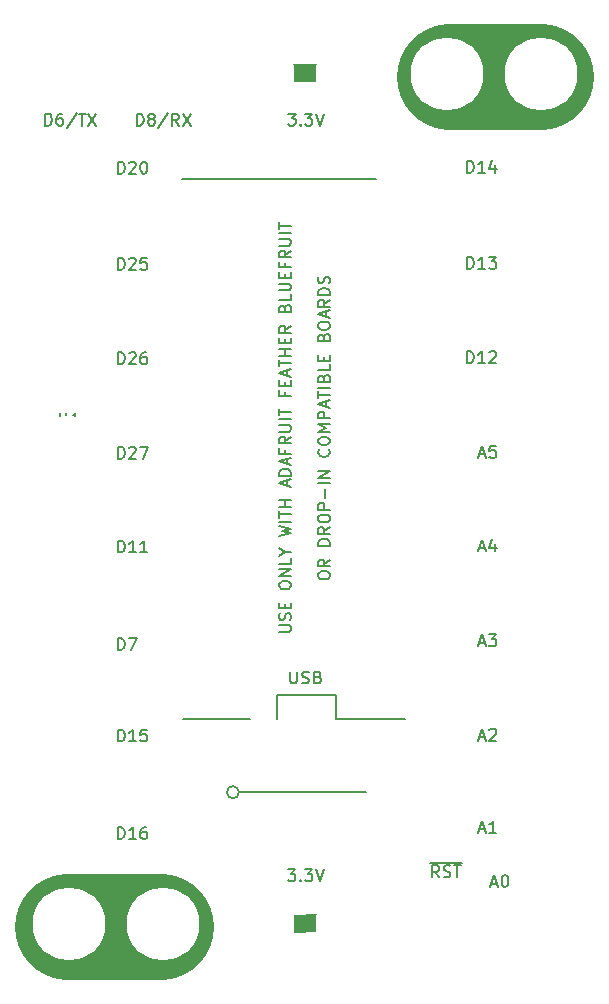
<source format=gto>
%TF.GenerationSoftware,KiCad,Pcbnew,4.0.7-e2-6376~58~ubuntu16.04.1*%
%TF.CreationDate,2018-02-08T09:12:14-08:00*%
%TF.ProjectId,6x10-Feather-Bluefruit-LE,367831302D466561746865722D426C75,1.0*%
%TF.FileFunction,Legend,Top*%
%FSLAX46Y46*%
G04 Gerber Fmt 4.6, Leading zero omitted, Abs format (unit mm)*
G04 Created by KiCad (PCBNEW 4.0.7-e2-6376~58~ubuntu16.04.1) date Thu Feb  8 09:12:14 2018*
%MOMM*%
%LPD*%
G01*
G04 APERTURE LIST*
%ADD10C,0.350000*%
%ADD11C,0.152400*%
%ADD12C,1.500000*%
%ADD13C,9.000000*%
%ADD14C,0.127000*%
%ADD15C,0.150000*%
%ADD16C,0.300000*%
%ADD17C,0.254000*%
%ADD18C,1.879600*%
%ADD19C,6.152400*%
G04 APERTURE END LIST*
D10*
D11*
X41833800Y-87477600D02*
X52501800Y-87477600D01*
X41771233Y-87477600D02*
G75*
G03X41771233Y-87477600I-508933J0D01*
G01*
D12*
X43049800Y-98593600D02*
X51769800Y-98583600D01*
D13*
X59609800Y-26903600D02*
X67363800Y-26903600D01*
D14*
X36967800Y-35598100D02*
X53383800Y-35598100D01*
X49968800Y-79286100D02*
X45015800Y-79286100D01*
X49968800Y-81318100D02*
X49967800Y-79310600D01*
X49968800Y-81318100D02*
X55810800Y-81318100D01*
X45015800Y-81310600D02*
X45015800Y-79310600D01*
X37000800Y-81318100D02*
X42715800Y-81318100D01*
D13*
X35209800Y-98883600D02*
X27269800Y-98877100D01*
D12*
X42829800Y-26553600D02*
X51549800Y-26543600D01*
D15*
X46117895Y-77265981D02*
X46117895Y-78075505D01*
X46165514Y-78170743D01*
X46213133Y-78218362D01*
X46308371Y-78265981D01*
X46498848Y-78265981D01*
X46594086Y-78218362D01*
X46641705Y-78170743D01*
X46689324Y-78075505D01*
X46689324Y-77265981D01*
X47117895Y-78218362D02*
X47260752Y-78265981D01*
X47498848Y-78265981D01*
X47594086Y-78218362D01*
X47641705Y-78170743D01*
X47689324Y-78075505D01*
X47689324Y-77980267D01*
X47641705Y-77885029D01*
X47594086Y-77837410D01*
X47498848Y-77789790D01*
X47308371Y-77742171D01*
X47213133Y-77694552D01*
X47165514Y-77646933D01*
X47117895Y-77551695D01*
X47117895Y-77456457D01*
X47165514Y-77361219D01*
X47213133Y-77313600D01*
X47308371Y-77265981D01*
X47546467Y-77265981D01*
X47689324Y-77313600D01*
X48451229Y-77742171D02*
X48594086Y-77789790D01*
X48641705Y-77837410D01*
X48689324Y-77932648D01*
X48689324Y-78075505D01*
X48641705Y-78170743D01*
X48594086Y-78218362D01*
X48498848Y-78265981D01*
X48117895Y-78265981D01*
X48117895Y-77265981D01*
X48451229Y-77265981D01*
X48546467Y-77313600D01*
X48594086Y-77361219D01*
X48641705Y-77456457D01*
X48641705Y-77551695D01*
X48594086Y-77646933D01*
X48546467Y-77694552D01*
X48451229Y-77742171D01*
X48117895Y-77742171D01*
X48461181Y-69213029D02*
X48461181Y-69022552D01*
X48508800Y-68927314D01*
X48604038Y-68832076D01*
X48794514Y-68784457D01*
X49127848Y-68784457D01*
X49318324Y-68832076D01*
X49413562Y-68927314D01*
X49461181Y-69022552D01*
X49461181Y-69213029D01*
X49413562Y-69308267D01*
X49318324Y-69403505D01*
X49127848Y-69451124D01*
X48794514Y-69451124D01*
X48604038Y-69403505D01*
X48508800Y-69308267D01*
X48461181Y-69213029D01*
X49461181Y-67784457D02*
X48984990Y-68117791D01*
X49461181Y-68355886D02*
X48461181Y-68355886D01*
X48461181Y-67974933D01*
X48508800Y-67879695D01*
X48556419Y-67832076D01*
X48651657Y-67784457D01*
X48794514Y-67784457D01*
X48889752Y-67832076D01*
X48937371Y-67879695D01*
X48984990Y-67974933D01*
X48984990Y-68355886D01*
X49461181Y-66593981D02*
X48461181Y-66593981D01*
X48461181Y-66355886D01*
X48508800Y-66213028D01*
X48604038Y-66117790D01*
X48699276Y-66070171D01*
X48889752Y-66022552D01*
X49032610Y-66022552D01*
X49223086Y-66070171D01*
X49318324Y-66117790D01*
X49413562Y-66213028D01*
X49461181Y-66355886D01*
X49461181Y-66593981D01*
X49461181Y-65022552D02*
X48984990Y-65355886D01*
X49461181Y-65593981D02*
X48461181Y-65593981D01*
X48461181Y-65213028D01*
X48508800Y-65117790D01*
X48556419Y-65070171D01*
X48651657Y-65022552D01*
X48794514Y-65022552D01*
X48889752Y-65070171D01*
X48937371Y-65117790D01*
X48984990Y-65213028D01*
X48984990Y-65593981D01*
X48461181Y-64403505D02*
X48461181Y-64213028D01*
X48508800Y-64117790D01*
X48604038Y-64022552D01*
X48794514Y-63974933D01*
X49127848Y-63974933D01*
X49318324Y-64022552D01*
X49413562Y-64117790D01*
X49461181Y-64213028D01*
X49461181Y-64403505D01*
X49413562Y-64498743D01*
X49318324Y-64593981D01*
X49127848Y-64641600D01*
X48794514Y-64641600D01*
X48604038Y-64593981D01*
X48508800Y-64498743D01*
X48461181Y-64403505D01*
X49461181Y-63546362D02*
X48461181Y-63546362D01*
X48461181Y-63165409D01*
X48508800Y-63070171D01*
X48556419Y-63022552D01*
X48651657Y-62974933D01*
X48794514Y-62974933D01*
X48889752Y-63022552D01*
X48937371Y-63070171D01*
X48984990Y-63165409D01*
X48984990Y-63546362D01*
X49080229Y-62546362D02*
X49080229Y-61784457D01*
X49461181Y-61308267D02*
X48461181Y-61308267D01*
X49461181Y-60832077D02*
X48461181Y-60832077D01*
X49461181Y-60260648D01*
X48461181Y-60260648D01*
X49365943Y-58451124D02*
X49413562Y-58498743D01*
X49461181Y-58641600D01*
X49461181Y-58736838D01*
X49413562Y-58879696D01*
X49318324Y-58974934D01*
X49223086Y-59022553D01*
X49032610Y-59070172D01*
X48889752Y-59070172D01*
X48699276Y-59022553D01*
X48604038Y-58974934D01*
X48508800Y-58879696D01*
X48461181Y-58736838D01*
X48461181Y-58641600D01*
X48508800Y-58498743D01*
X48556419Y-58451124D01*
X48461181Y-57832077D02*
X48461181Y-57641600D01*
X48508800Y-57546362D01*
X48604038Y-57451124D01*
X48794514Y-57403505D01*
X49127848Y-57403505D01*
X49318324Y-57451124D01*
X49413562Y-57546362D01*
X49461181Y-57641600D01*
X49461181Y-57832077D01*
X49413562Y-57927315D01*
X49318324Y-58022553D01*
X49127848Y-58070172D01*
X48794514Y-58070172D01*
X48604038Y-58022553D01*
X48508800Y-57927315D01*
X48461181Y-57832077D01*
X49461181Y-56974934D02*
X48461181Y-56974934D01*
X49175467Y-56641600D01*
X48461181Y-56308267D01*
X49461181Y-56308267D01*
X49461181Y-55832077D02*
X48461181Y-55832077D01*
X48461181Y-55451124D01*
X48508800Y-55355886D01*
X48556419Y-55308267D01*
X48651657Y-55260648D01*
X48794514Y-55260648D01*
X48889752Y-55308267D01*
X48937371Y-55355886D01*
X48984990Y-55451124D01*
X48984990Y-55832077D01*
X49175467Y-54879696D02*
X49175467Y-54403505D01*
X49461181Y-54974934D02*
X48461181Y-54641601D01*
X49461181Y-54308267D01*
X48461181Y-54117791D02*
X48461181Y-53546362D01*
X49461181Y-53832077D02*
X48461181Y-53832077D01*
X49461181Y-53213029D02*
X48461181Y-53213029D01*
X48937371Y-52403505D02*
X48984990Y-52260648D01*
X49032610Y-52213029D01*
X49127848Y-52165410D01*
X49270705Y-52165410D01*
X49365943Y-52213029D01*
X49413562Y-52260648D01*
X49461181Y-52355886D01*
X49461181Y-52736839D01*
X48461181Y-52736839D01*
X48461181Y-52403505D01*
X48508800Y-52308267D01*
X48556419Y-52260648D01*
X48651657Y-52213029D01*
X48746895Y-52213029D01*
X48842133Y-52260648D01*
X48889752Y-52308267D01*
X48937371Y-52403505D01*
X48937371Y-52736839D01*
X49461181Y-51260648D02*
X49461181Y-51736839D01*
X48461181Y-51736839D01*
X48937371Y-50927315D02*
X48937371Y-50593981D01*
X49461181Y-50451124D02*
X49461181Y-50927315D01*
X48461181Y-50927315D01*
X48461181Y-50451124D01*
X48937371Y-48927314D02*
X48984990Y-48784457D01*
X49032610Y-48736838D01*
X49127848Y-48689219D01*
X49270705Y-48689219D01*
X49365943Y-48736838D01*
X49413562Y-48784457D01*
X49461181Y-48879695D01*
X49461181Y-49260648D01*
X48461181Y-49260648D01*
X48461181Y-48927314D01*
X48508800Y-48832076D01*
X48556419Y-48784457D01*
X48651657Y-48736838D01*
X48746895Y-48736838D01*
X48842133Y-48784457D01*
X48889752Y-48832076D01*
X48937371Y-48927314D01*
X48937371Y-49260648D01*
X48461181Y-48070172D02*
X48461181Y-47879695D01*
X48508800Y-47784457D01*
X48604038Y-47689219D01*
X48794514Y-47641600D01*
X49127848Y-47641600D01*
X49318324Y-47689219D01*
X49413562Y-47784457D01*
X49461181Y-47879695D01*
X49461181Y-48070172D01*
X49413562Y-48165410D01*
X49318324Y-48260648D01*
X49127848Y-48308267D01*
X48794514Y-48308267D01*
X48604038Y-48260648D01*
X48508800Y-48165410D01*
X48461181Y-48070172D01*
X49175467Y-47260648D02*
X49175467Y-46784457D01*
X49461181Y-47355886D02*
X48461181Y-47022553D01*
X49461181Y-46689219D01*
X49461181Y-45784457D02*
X48984990Y-46117791D01*
X49461181Y-46355886D02*
X48461181Y-46355886D01*
X48461181Y-45974933D01*
X48508800Y-45879695D01*
X48556419Y-45832076D01*
X48651657Y-45784457D01*
X48794514Y-45784457D01*
X48889752Y-45832076D01*
X48937371Y-45879695D01*
X48984990Y-45974933D01*
X48984990Y-46355886D01*
X49461181Y-45355886D02*
X48461181Y-45355886D01*
X48461181Y-45117791D01*
X48508800Y-44974933D01*
X48604038Y-44879695D01*
X48699276Y-44832076D01*
X48889752Y-44784457D01*
X49032610Y-44784457D01*
X49223086Y-44832076D01*
X49318324Y-44879695D01*
X49413562Y-44974933D01*
X49461181Y-45117791D01*
X49461181Y-45355886D01*
X49413562Y-44403505D02*
X49461181Y-44260648D01*
X49461181Y-44022552D01*
X49413562Y-43927314D01*
X49365943Y-43879695D01*
X49270705Y-43832076D01*
X49175467Y-43832076D01*
X49080229Y-43879695D01*
X49032610Y-43927314D01*
X48984990Y-44022552D01*
X48937371Y-44213029D01*
X48889752Y-44308267D01*
X48842133Y-44355886D01*
X48746895Y-44403505D01*
X48651657Y-44403505D01*
X48556419Y-44355886D01*
X48508800Y-44308267D01*
X48461181Y-44213029D01*
X48461181Y-43974933D01*
X48508800Y-43832076D01*
X45159181Y-73903506D02*
X45968705Y-73903506D01*
X46063943Y-73855887D01*
X46111562Y-73808268D01*
X46159181Y-73713030D01*
X46159181Y-73522553D01*
X46111562Y-73427315D01*
X46063943Y-73379696D01*
X45968705Y-73332077D01*
X45159181Y-73332077D01*
X46111562Y-72903506D02*
X46159181Y-72760649D01*
X46159181Y-72522553D01*
X46111562Y-72427315D01*
X46063943Y-72379696D01*
X45968705Y-72332077D01*
X45873467Y-72332077D01*
X45778229Y-72379696D01*
X45730610Y-72427315D01*
X45682990Y-72522553D01*
X45635371Y-72713030D01*
X45587752Y-72808268D01*
X45540133Y-72855887D01*
X45444895Y-72903506D01*
X45349657Y-72903506D01*
X45254419Y-72855887D01*
X45206800Y-72808268D01*
X45159181Y-72713030D01*
X45159181Y-72474934D01*
X45206800Y-72332077D01*
X45635371Y-71903506D02*
X45635371Y-71570172D01*
X46159181Y-71427315D02*
X46159181Y-71903506D01*
X45159181Y-71903506D01*
X45159181Y-71427315D01*
X45159181Y-70046363D02*
X45159181Y-69855886D01*
X45206800Y-69760648D01*
X45302038Y-69665410D01*
X45492514Y-69617791D01*
X45825848Y-69617791D01*
X46016324Y-69665410D01*
X46111562Y-69760648D01*
X46159181Y-69855886D01*
X46159181Y-70046363D01*
X46111562Y-70141601D01*
X46016324Y-70236839D01*
X45825848Y-70284458D01*
X45492514Y-70284458D01*
X45302038Y-70236839D01*
X45206800Y-70141601D01*
X45159181Y-70046363D01*
X46159181Y-69189220D02*
X45159181Y-69189220D01*
X46159181Y-68617791D01*
X45159181Y-68617791D01*
X46159181Y-67665410D02*
X46159181Y-68141601D01*
X45159181Y-68141601D01*
X45682990Y-67141601D02*
X46159181Y-67141601D01*
X45159181Y-67474934D02*
X45682990Y-67141601D01*
X45159181Y-66808267D01*
X45159181Y-65808267D02*
X46159181Y-65570172D01*
X45444895Y-65379695D01*
X46159181Y-65189219D01*
X45159181Y-64951124D01*
X46159181Y-64570172D02*
X45159181Y-64570172D01*
X45159181Y-64236839D02*
X45159181Y-63665410D01*
X46159181Y-63951125D02*
X45159181Y-63951125D01*
X46159181Y-63332077D02*
X45159181Y-63332077D01*
X45635371Y-63332077D02*
X45635371Y-62760648D01*
X46159181Y-62760648D02*
X45159181Y-62760648D01*
X45873467Y-61570172D02*
X45873467Y-61093981D01*
X46159181Y-61665410D02*
X45159181Y-61332077D01*
X46159181Y-60998743D01*
X46159181Y-60665410D02*
X45159181Y-60665410D01*
X45159181Y-60427315D01*
X45206800Y-60284457D01*
X45302038Y-60189219D01*
X45397276Y-60141600D01*
X45587752Y-60093981D01*
X45730610Y-60093981D01*
X45921086Y-60141600D01*
X46016324Y-60189219D01*
X46111562Y-60284457D01*
X46159181Y-60427315D01*
X46159181Y-60665410D01*
X45873467Y-59713029D02*
X45873467Y-59236838D01*
X46159181Y-59808267D02*
X45159181Y-59474934D01*
X46159181Y-59141600D01*
X45635371Y-58474933D02*
X45635371Y-58808267D01*
X46159181Y-58808267D02*
X45159181Y-58808267D01*
X45159181Y-58332076D01*
X46159181Y-57379695D02*
X45682990Y-57713029D01*
X46159181Y-57951124D02*
X45159181Y-57951124D01*
X45159181Y-57570171D01*
X45206800Y-57474933D01*
X45254419Y-57427314D01*
X45349657Y-57379695D01*
X45492514Y-57379695D01*
X45587752Y-57427314D01*
X45635371Y-57474933D01*
X45682990Y-57570171D01*
X45682990Y-57951124D01*
X45159181Y-56951124D02*
X45968705Y-56951124D01*
X46063943Y-56903505D01*
X46111562Y-56855886D01*
X46159181Y-56760648D01*
X46159181Y-56570171D01*
X46111562Y-56474933D01*
X46063943Y-56427314D01*
X45968705Y-56379695D01*
X45159181Y-56379695D01*
X46159181Y-55903505D02*
X45159181Y-55903505D01*
X45159181Y-55570172D02*
X45159181Y-54998743D01*
X46159181Y-55284458D02*
X45159181Y-55284458D01*
X45635371Y-53570171D02*
X45635371Y-53903505D01*
X46159181Y-53903505D02*
X45159181Y-53903505D01*
X45159181Y-53427314D01*
X45635371Y-53046362D02*
X45635371Y-52713028D01*
X46159181Y-52570171D02*
X46159181Y-53046362D01*
X45159181Y-53046362D01*
X45159181Y-52570171D01*
X45873467Y-52189219D02*
X45873467Y-51713028D01*
X46159181Y-52284457D02*
X45159181Y-51951124D01*
X46159181Y-51617790D01*
X45159181Y-51427314D02*
X45159181Y-50855885D01*
X46159181Y-51141600D02*
X45159181Y-51141600D01*
X46159181Y-50522552D02*
X45159181Y-50522552D01*
X45635371Y-50522552D02*
X45635371Y-49951123D01*
X46159181Y-49951123D02*
X45159181Y-49951123D01*
X45635371Y-49474933D02*
X45635371Y-49141599D01*
X46159181Y-48998742D02*
X46159181Y-49474933D01*
X45159181Y-49474933D01*
X45159181Y-48998742D01*
X46159181Y-47998742D02*
X45682990Y-48332076D01*
X46159181Y-48570171D02*
X45159181Y-48570171D01*
X45159181Y-48189218D01*
X45206800Y-48093980D01*
X45254419Y-48046361D01*
X45349657Y-47998742D01*
X45492514Y-47998742D01*
X45587752Y-48046361D01*
X45635371Y-48093980D01*
X45682990Y-48189218D01*
X45682990Y-48570171D01*
X45635371Y-46474932D02*
X45682990Y-46332075D01*
X45730610Y-46284456D01*
X45825848Y-46236837D01*
X45968705Y-46236837D01*
X46063943Y-46284456D01*
X46111562Y-46332075D01*
X46159181Y-46427313D01*
X46159181Y-46808266D01*
X45159181Y-46808266D01*
X45159181Y-46474932D01*
X45206800Y-46379694D01*
X45254419Y-46332075D01*
X45349657Y-46284456D01*
X45444895Y-46284456D01*
X45540133Y-46332075D01*
X45587752Y-46379694D01*
X45635371Y-46474932D01*
X45635371Y-46808266D01*
X46159181Y-45332075D02*
X46159181Y-45808266D01*
X45159181Y-45808266D01*
X45159181Y-44998742D02*
X45968705Y-44998742D01*
X46063943Y-44951123D01*
X46111562Y-44903504D01*
X46159181Y-44808266D01*
X46159181Y-44617789D01*
X46111562Y-44522551D01*
X46063943Y-44474932D01*
X45968705Y-44427313D01*
X45159181Y-44427313D01*
X45635371Y-43951123D02*
X45635371Y-43617789D01*
X46159181Y-43474932D02*
X46159181Y-43951123D01*
X45159181Y-43951123D01*
X45159181Y-43474932D01*
X45635371Y-42713027D02*
X45635371Y-43046361D01*
X46159181Y-43046361D02*
X45159181Y-43046361D01*
X45159181Y-42570170D01*
X46159181Y-41617789D02*
X45682990Y-41951123D01*
X46159181Y-42189218D02*
X45159181Y-42189218D01*
X45159181Y-41808265D01*
X45206800Y-41713027D01*
X45254419Y-41665408D01*
X45349657Y-41617789D01*
X45492514Y-41617789D01*
X45587752Y-41665408D01*
X45635371Y-41713027D01*
X45682990Y-41808265D01*
X45682990Y-42189218D01*
X45159181Y-41189218D02*
X45968705Y-41189218D01*
X46063943Y-41141599D01*
X46111562Y-41093980D01*
X46159181Y-40998742D01*
X46159181Y-40808265D01*
X46111562Y-40713027D01*
X46063943Y-40665408D01*
X45968705Y-40617789D01*
X45159181Y-40617789D01*
X46159181Y-40141599D02*
X45159181Y-40141599D01*
X45159181Y-39808266D02*
X45159181Y-39236837D01*
X46159181Y-39522552D02*
X45159181Y-39522552D01*
X31531514Y-75422981D02*
X31531514Y-74422981D01*
X31769609Y-74422981D01*
X31912467Y-74470600D01*
X32007705Y-74565838D01*
X32055324Y-74661076D01*
X32102943Y-74851552D01*
X32102943Y-74994410D01*
X32055324Y-75184886D01*
X32007705Y-75280124D01*
X31912467Y-75375362D01*
X31769609Y-75422981D01*
X31531514Y-75422981D01*
X32436276Y-74422981D02*
X33102943Y-74422981D01*
X32674371Y-75422981D01*
X31531514Y-67172981D02*
X31531514Y-66172981D01*
X31769609Y-66172981D01*
X31912467Y-66220600D01*
X32007705Y-66315838D01*
X32055324Y-66411076D01*
X32102943Y-66601552D01*
X32102943Y-66744410D01*
X32055324Y-66934886D01*
X32007705Y-67030124D01*
X31912467Y-67125362D01*
X31769609Y-67172981D01*
X31531514Y-67172981D01*
X33055324Y-67172981D02*
X32483895Y-67172981D01*
X32769609Y-67172981D02*
X32769609Y-66172981D01*
X32674371Y-66315838D01*
X32579133Y-66411076D01*
X32483895Y-66458695D01*
X34007705Y-67172981D02*
X33436276Y-67172981D01*
X33721990Y-67172981D02*
X33721990Y-66172981D01*
X33626752Y-66315838D01*
X33531514Y-66411076D01*
X33436276Y-66458695D01*
X31531514Y-91422981D02*
X31531514Y-90422981D01*
X31769609Y-90422981D01*
X31912467Y-90470600D01*
X32007705Y-90565838D01*
X32055324Y-90661076D01*
X32102943Y-90851552D01*
X32102943Y-90994410D01*
X32055324Y-91184886D01*
X32007705Y-91280124D01*
X31912467Y-91375362D01*
X31769609Y-91422981D01*
X31531514Y-91422981D01*
X33055324Y-91422981D02*
X32483895Y-91422981D01*
X32769609Y-91422981D02*
X32769609Y-90422981D01*
X32674371Y-90565838D01*
X32579133Y-90661076D01*
X32483895Y-90708695D01*
X33912467Y-90422981D02*
X33721990Y-90422981D01*
X33626752Y-90470600D01*
X33579133Y-90518219D01*
X33483895Y-90661076D01*
X33436276Y-90851552D01*
X33436276Y-91232505D01*
X33483895Y-91327743D01*
X33531514Y-91375362D01*
X33626752Y-91422981D01*
X33817229Y-91422981D01*
X33912467Y-91375362D01*
X33960086Y-91327743D01*
X34007705Y-91232505D01*
X34007705Y-90994410D01*
X33960086Y-90899171D01*
X33912467Y-90851552D01*
X33817229Y-90803933D01*
X33626752Y-90803933D01*
X33531514Y-90851552D01*
X33483895Y-90899171D01*
X33436276Y-90994410D01*
X31531514Y-83172981D02*
X31531514Y-82172981D01*
X31769609Y-82172981D01*
X31912467Y-82220600D01*
X32007705Y-82315838D01*
X32055324Y-82411076D01*
X32102943Y-82601552D01*
X32102943Y-82744410D01*
X32055324Y-82934886D01*
X32007705Y-83030124D01*
X31912467Y-83125362D01*
X31769609Y-83172981D01*
X31531514Y-83172981D01*
X33055324Y-83172981D02*
X32483895Y-83172981D01*
X32769609Y-83172981D02*
X32769609Y-82172981D01*
X32674371Y-82315838D01*
X32579133Y-82411076D01*
X32483895Y-82458695D01*
X33960086Y-82172981D02*
X33483895Y-82172981D01*
X33436276Y-82649171D01*
X33483895Y-82601552D01*
X33579133Y-82553933D01*
X33817229Y-82553933D01*
X33912467Y-82601552D01*
X33960086Y-82649171D01*
X34007705Y-82744410D01*
X34007705Y-82982505D01*
X33960086Y-83077743D01*
X33912467Y-83125362D01*
X33817229Y-83172981D01*
X33579133Y-83172981D01*
X33483895Y-83125362D01*
X33436276Y-83077743D01*
X31531514Y-59232981D02*
X31531514Y-58232981D01*
X31769609Y-58232981D01*
X31912467Y-58280600D01*
X32007705Y-58375838D01*
X32055324Y-58471076D01*
X32102943Y-58661552D01*
X32102943Y-58804410D01*
X32055324Y-58994886D01*
X32007705Y-59090124D01*
X31912467Y-59185362D01*
X31769609Y-59232981D01*
X31531514Y-59232981D01*
X32483895Y-58328219D02*
X32531514Y-58280600D01*
X32626752Y-58232981D01*
X32864848Y-58232981D01*
X32960086Y-58280600D01*
X33007705Y-58328219D01*
X33055324Y-58423457D01*
X33055324Y-58518695D01*
X33007705Y-58661552D01*
X32436276Y-59232981D01*
X33055324Y-59232981D01*
X33388657Y-58232981D02*
X34055324Y-58232981D01*
X33626752Y-59232981D01*
X31531514Y-51232981D02*
X31531514Y-50232981D01*
X31769609Y-50232981D01*
X31912467Y-50280600D01*
X32007705Y-50375838D01*
X32055324Y-50471076D01*
X32102943Y-50661552D01*
X32102943Y-50804410D01*
X32055324Y-50994886D01*
X32007705Y-51090124D01*
X31912467Y-51185362D01*
X31769609Y-51232981D01*
X31531514Y-51232981D01*
X32483895Y-50328219D02*
X32531514Y-50280600D01*
X32626752Y-50232981D01*
X32864848Y-50232981D01*
X32960086Y-50280600D01*
X33007705Y-50328219D01*
X33055324Y-50423457D01*
X33055324Y-50518695D01*
X33007705Y-50661552D01*
X32436276Y-51232981D01*
X33055324Y-51232981D01*
X33912467Y-50232981D02*
X33721990Y-50232981D01*
X33626752Y-50280600D01*
X33579133Y-50328219D01*
X33483895Y-50471076D01*
X33436276Y-50661552D01*
X33436276Y-51042505D01*
X33483895Y-51137743D01*
X33531514Y-51185362D01*
X33626752Y-51232981D01*
X33817229Y-51232981D01*
X33912467Y-51185362D01*
X33960086Y-51137743D01*
X34007705Y-51042505D01*
X34007705Y-50804410D01*
X33960086Y-50709171D01*
X33912467Y-50661552D01*
X33817229Y-50613933D01*
X33626752Y-50613933D01*
X33531514Y-50661552D01*
X33483895Y-50709171D01*
X33436276Y-50804410D01*
X31531514Y-43232981D02*
X31531514Y-42232981D01*
X31769609Y-42232981D01*
X31912467Y-42280600D01*
X32007705Y-42375838D01*
X32055324Y-42471076D01*
X32102943Y-42661552D01*
X32102943Y-42804410D01*
X32055324Y-42994886D01*
X32007705Y-43090124D01*
X31912467Y-43185362D01*
X31769609Y-43232981D01*
X31531514Y-43232981D01*
X32483895Y-42328219D02*
X32531514Y-42280600D01*
X32626752Y-42232981D01*
X32864848Y-42232981D01*
X32960086Y-42280600D01*
X33007705Y-42328219D01*
X33055324Y-42423457D01*
X33055324Y-42518695D01*
X33007705Y-42661552D01*
X32436276Y-43232981D01*
X33055324Y-43232981D01*
X33960086Y-42232981D02*
X33483895Y-42232981D01*
X33436276Y-42709171D01*
X33483895Y-42661552D01*
X33579133Y-42613933D01*
X33817229Y-42613933D01*
X33912467Y-42661552D01*
X33960086Y-42709171D01*
X34007705Y-42804410D01*
X34007705Y-43042505D01*
X33960086Y-43137743D01*
X33912467Y-43185362D01*
X33817229Y-43232981D01*
X33579133Y-43232981D01*
X33483895Y-43185362D01*
X33436276Y-43137743D01*
X45933610Y-94005981D02*
X46552658Y-94005981D01*
X46219324Y-94386933D01*
X46362182Y-94386933D01*
X46457420Y-94434552D01*
X46505039Y-94482171D01*
X46552658Y-94577410D01*
X46552658Y-94815505D01*
X46505039Y-94910743D01*
X46457420Y-94958362D01*
X46362182Y-95005981D01*
X46076467Y-95005981D01*
X45981229Y-94958362D01*
X45933610Y-94910743D01*
X46981229Y-94910743D02*
X47028848Y-94958362D01*
X46981229Y-95005981D01*
X46933610Y-94958362D01*
X46981229Y-94910743D01*
X46981229Y-95005981D01*
X47362181Y-94005981D02*
X47981229Y-94005981D01*
X47647895Y-94386933D01*
X47790753Y-94386933D01*
X47885991Y-94434552D01*
X47933610Y-94482171D01*
X47981229Y-94577410D01*
X47981229Y-94815505D01*
X47933610Y-94910743D01*
X47885991Y-94958362D01*
X47790753Y-95005981D01*
X47505038Y-95005981D01*
X47409800Y-94958362D01*
X47362181Y-94910743D01*
X48266943Y-94005981D02*
X48600276Y-95005981D01*
X48933610Y-94005981D01*
X62126618Y-66806267D02*
X62602809Y-66806267D01*
X62031380Y-67091981D02*
X62364713Y-66091981D01*
X62698047Y-67091981D01*
X63459952Y-66425314D02*
X63459952Y-67091981D01*
X63221856Y-66044362D02*
X62983761Y-66758648D01*
X63602809Y-66758648D01*
X62126618Y-58866267D02*
X62602809Y-58866267D01*
X62031380Y-59151981D02*
X62364713Y-58151981D01*
X62698047Y-59151981D01*
X63507571Y-58151981D02*
X63031380Y-58151981D01*
X62983761Y-58628171D01*
X63031380Y-58580552D01*
X63126618Y-58532933D01*
X63364714Y-58532933D01*
X63459952Y-58580552D01*
X63507571Y-58628171D01*
X63555190Y-58723410D01*
X63555190Y-58961505D01*
X63507571Y-59056743D01*
X63459952Y-59104362D01*
X63364714Y-59151981D01*
X63126618Y-59151981D01*
X63031380Y-59104362D01*
X62983761Y-59056743D01*
X61078999Y-51151981D02*
X61078999Y-50151981D01*
X61317094Y-50151981D01*
X61459952Y-50199600D01*
X61555190Y-50294838D01*
X61602809Y-50390076D01*
X61650428Y-50580552D01*
X61650428Y-50723410D01*
X61602809Y-50913886D01*
X61555190Y-51009124D01*
X61459952Y-51104362D01*
X61317094Y-51151981D01*
X61078999Y-51151981D01*
X62602809Y-51151981D02*
X62031380Y-51151981D01*
X62317094Y-51151981D02*
X62317094Y-50151981D01*
X62221856Y-50294838D01*
X62126618Y-50390076D01*
X62031380Y-50437695D01*
X62983761Y-50247219D02*
X63031380Y-50199600D01*
X63126618Y-50151981D01*
X63364714Y-50151981D01*
X63459952Y-50199600D01*
X63507571Y-50247219D01*
X63555190Y-50342457D01*
X63555190Y-50437695D01*
X63507571Y-50580552D01*
X62936142Y-51151981D01*
X63555190Y-51151981D01*
X61078999Y-43151981D02*
X61078999Y-42151981D01*
X61317094Y-42151981D01*
X61459952Y-42199600D01*
X61555190Y-42294838D01*
X61602809Y-42390076D01*
X61650428Y-42580552D01*
X61650428Y-42723410D01*
X61602809Y-42913886D01*
X61555190Y-43009124D01*
X61459952Y-43104362D01*
X61317094Y-43151981D01*
X61078999Y-43151981D01*
X62602809Y-43151981D02*
X62031380Y-43151981D01*
X62317094Y-43151981D02*
X62317094Y-42151981D01*
X62221856Y-42294838D01*
X62126618Y-42390076D01*
X62031380Y-42437695D01*
X62936142Y-42151981D02*
X63555190Y-42151981D01*
X63221856Y-42532933D01*
X63364714Y-42532933D01*
X63459952Y-42580552D01*
X63507571Y-42628171D01*
X63555190Y-42723410D01*
X63555190Y-42961505D01*
X63507571Y-43056743D01*
X63459952Y-43104362D01*
X63364714Y-43151981D01*
X63078999Y-43151981D01*
X62983761Y-43104362D01*
X62936142Y-43056743D01*
X62126618Y-74820267D02*
X62602809Y-74820267D01*
X62031380Y-75105981D02*
X62364713Y-74105981D01*
X62698047Y-75105981D01*
X62936142Y-74105981D02*
X63555190Y-74105981D01*
X63221856Y-74486933D01*
X63364714Y-74486933D01*
X63459952Y-74534552D01*
X63507571Y-74582171D01*
X63555190Y-74677410D01*
X63555190Y-74915505D01*
X63507571Y-75010743D01*
X63459952Y-75058362D01*
X63364714Y-75105981D01*
X63078999Y-75105981D01*
X62983761Y-75058362D01*
X62936142Y-75010743D01*
X62126618Y-82820267D02*
X62602809Y-82820267D01*
X62031380Y-83105981D02*
X62364713Y-82105981D01*
X62698047Y-83105981D01*
X62983761Y-82201219D02*
X63031380Y-82153600D01*
X63126618Y-82105981D01*
X63364714Y-82105981D01*
X63459952Y-82153600D01*
X63507571Y-82201219D01*
X63555190Y-82296457D01*
X63555190Y-82391695D01*
X63507571Y-82534552D01*
X62936142Y-83105981D01*
X63555190Y-83105981D01*
X62126618Y-90620267D02*
X62602809Y-90620267D01*
X62031380Y-90905981D02*
X62364713Y-89905981D01*
X62698047Y-90905981D01*
X63555190Y-90905981D02*
X62983761Y-90905981D01*
X63269475Y-90905981D02*
X63269475Y-89905981D01*
X63174237Y-90048838D01*
X63078999Y-90144076D01*
X62983761Y-90191695D01*
X63145514Y-95220267D02*
X63621705Y-95220267D01*
X63050276Y-95505981D02*
X63383609Y-94505981D01*
X63716943Y-95505981D01*
X64240752Y-94505981D02*
X64335991Y-94505981D01*
X64431229Y-94553600D01*
X64478848Y-94601219D01*
X64526467Y-94696457D01*
X64574086Y-94886933D01*
X64574086Y-95125029D01*
X64526467Y-95315505D01*
X64478848Y-95410743D01*
X64431229Y-95458362D01*
X64335991Y-95505981D01*
X64240752Y-95505981D01*
X64145514Y-95458362D01*
X64097895Y-95410743D01*
X64050276Y-95315505D01*
X64002657Y-95125029D01*
X64002657Y-94886933D01*
X64050276Y-94696457D01*
X64097895Y-94601219D01*
X64145514Y-94553600D01*
X64240752Y-94505981D01*
X26597895Y-55355981D02*
X26597895Y-56165505D01*
X26645514Y-56260743D01*
X26693133Y-56308362D01*
X26788371Y-56355981D01*
X26978848Y-56355981D01*
X27074086Y-56308362D01*
X27121705Y-56260743D01*
X27169324Y-56165505D01*
X27169324Y-55355981D01*
X28169324Y-56355981D02*
X27597895Y-56355981D01*
X27883609Y-56355981D02*
X27883609Y-55355981D01*
X27788371Y-55498838D01*
X27693133Y-55594076D01*
X27597895Y-55641695D01*
X61078999Y-35021981D02*
X61078999Y-34021981D01*
X61317094Y-34021981D01*
X61459952Y-34069600D01*
X61555190Y-34164838D01*
X61602809Y-34260076D01*
X61650428Y-34450552D01*
X61650428Y-34593410D01*
X61602809Y-34783886D01*
X61555190Y-34879124D01*
X61459952Y-34974362D01*
X61317094Y-35021981D01*
X61078999Y-35021981D01*
X62602809Y-35021981D02*
X62031380Y-35021981D01*
X62317094Y-35021981D02*
X62317094Y-34021981D01*
X62221856Y-34164838D01*
X62126618Y-34260076D01*
X62031380Y-34307695D01*
X63459952Y-34355314D02*
X63459952Y-35021981D01*
X63221856Y-33974362D02*
X62983761Y-34688648D01*
X63602809Y-34688648D01*
X25367752Y-31033981D02*
X25367752Y-30033981D01*
X25605847Y-30033981D01*
X25748705Y-30081600D01*
X25843943Y-30176838D01*
X25891562Y-30272076D01*
X25939181Y-30462552D01*
X25939181Y-30605410D01*
X25891562Y-30795886D01*
X25843943Y-30891124D01*
X25748705Y-30986362D01*
X25605847Y-31033981D01*
X25367752Y-31033981D01*
X26796324Y-30033981D02*
X26605847Y-30033981D01*
X26510609Y-30081600D01*
X26462990Y-30129219D01*
X26367752Y-30272076D01*
X26320133Y-30462552D01*
X26320133Y-30843505D01*
X26367752Y-30938743D01*
X26415371Y-30986362D01*
X26510609Y-31033981D01*
X26701086Y-31033981D01*
X26796324Y-30986362D01*
X26843943Y-30938743D01*
X26891562Y-30843505D01*
X26891562Y-30605410D01*
X26843943Y-30510171D01*
X26796324Y-30462552D01*
X26701086Y-30414933D01*
X26510609Y-30414933D01*
X26415371Y-30462552D01*
X26367752Y-30510171D01*
X26320133Y-30605410D01*
X28034419Y-29986362D02*
X27177276Y-31272076D01*
X28224895Y-30033981D02*
X28796324Y-30033981D01*
X28510609Y-31033981D02*
X28510609Y-30033981D01*
X29034419Y-30033981D02*
X29701086Y-31033981D01*
X29701086Y-30033981D02*
X29034419Y-31033981D01*
X33122705Y-31033981D02*
X33122705Y-30033981D01*
X33360800Y-30033981D01*
X33503658Y-30081600D01*
X33598896Y-30176838D01*
X33646515Y-30272076D01*
X33694134Y-30462552D01*
X33694134Y-30605410D01*
X33646515Y-30795886D01*
X33598896Y-30891124D01*
X33503658Y-30986362D01*
X33360800Y-31033981D01*
X33122705Y-31033981D01*
X34265562Y-30462552D02*
X34170324Y-30414933D01*
X34122705Y-30367314D01*
X34075086Y-30272076D01*
X34075086Y-30224457D01*
X34122705Y-30129219D01*
X34170324Y-30081600D01*
X34265562Y-30033981D01*
X34456039Y-30033981D01*
X34551277Y-30081600D01*
X34598896Y-30129219D01*
X34646515Y-30224457D01*
X34646515Y-30272076D01*
X34598896Y-30367314D01*
X34551277Y-30414933D01*
X34456039Y-30462552D01*
X34265562Y-30462552D01*
X34170324Y-30510171D01*
X34122705Y-30557790D01*
X34075086Y-30653029D01*
X34075086Y-30843505D01*
X34122705Y-30938743D01*
X34170324Y-30986362D01*
X34265562Y-31033981D01*
X34456039Y-31033981D01*
X34551277Y-30986362D01*
X34598896Y-30938743D01*
X34646515Y-30843505D01*
X34646515Y-30653029D01*
X34598896Y-30557790D01*
X34551277Y-30510171D01*
X34456039Y-30462552D01*
X35789372Y-29986362D02*
X34932229Y-31272076D01*
X36694134Y-31033981D02*
X36360800Y-30557790D01*
X36122705Y-31033981D02*
X36122705Y-30033981D01*
X36503658Y-30033981D01*
X36598896Y-30081600D01*
X36646515Y-30129219D01*
X36694134Y-30224457D01*
X36694134Y-30367314D01*
X36646515Y-30462552D01*
X36598896Y-30510171D01*
X36503658Y-30557790D01*
X36122705Y-30557790D01*
X37027467Y-30033981D02*
X37694134Y-31033981D01*
X37694134Y-30033981D02*
X37027467Y-31033981D01*
X45946610Y-30033981D02*
X46565658Y-30033981D01*
X46232324Y-30414933D01*
X46375182Y-30414933D01*
X46470420Y-30462552D01*
X46518039Y-30510171D01*
X46565658Y-30605410D01*
X46565658Y-30843505D01*
X46518039Y-30938743D01*
X46470420Y-30986362D01*
X46375182Y-31033981D01*
X46089467Y-31033981D01*
X45994229Y-30986362D01*
X45946610Y-30938743D01*
X46994229Y-30938743D02*
X47041848Y-30986362D01*
X46994229Y-31033981D01*
X46946610Y-30986362D01*
X46994229Y-30938743D01*
X46994229Y-31033981D01*
X47375181Y-30033981D02*
X47994229Y-30033981D01*
X47660895Y-30414933D01*
X47803753Y-30414933D01*
X47898991Y-30462552D01*
X47946610Y-30510171D01*
X47994229Y-30605410D01*
X47994229Y-30843505D01*
X47946610Y-30938743D01*
X47898991Y-30986362D01*
X47803753Y-31033981D01*
X47518038Y-31033981D01*
X47422800Y-30986362D01*
X47375181Y-30938743D01*
X48279943Y-30033981D02*
X48613276Y-31033981D01*
X48946610Y-30033981D01*
X31531514Y-35102981D02*
X31531514Y-34102981D01*
X31769609Y-34102981D01*
X31912467Y-34150600D01*
X32007705Y-34245838D01*
X32055324Y-34341076D01*
X32102943Y-34531552D01*
X32102943Y-34674410D01*
X32055324Y-34864886D01*
X32007705Y-34960124D01*
X31912467Y-35055362D01*
X31769609Y-35102981D01*
X31531514Y-35102981D01*
X32483895Y-34198219D02*
X32531514Y-34150600D01*
X32626752Y-34102981D01*
X32864848Y-34102981D01*
X32960086Y-34150600D01*
X33007705Y-34198219D01*
X33055324Y-34293457D01*
X33055324Y-34388695D01*
X33007705Y-34531552D01*
X32436276Y-35102981D01*
X33055324Y-35102981D01*
X33674371Y-34102981D02*
X33769610Y-34102981D01*
X33864848Y-34150600D01*
X33912467Y-34198219D01*
X33960086Y-34293457D01*
X34007705Y-34483933D01*
X34007705Y-34722029D01*
X33960086Y-34912505D01*
X33912467Y-35007743D01*
X33864848Y-35055362D01*
X33769610Y-35102981D01*
X33674371Y-35102981D01*
X33579133Y-35055362D01*
X33531514Y-35007743D01*
X33483895Y-34912505D01*
X33436276Y-34722029D01*
X33436276Y-34483933D01*
X33483895Y-34293457D01*
X33531514Y-34198219D01*
X33579133Y-34150600D01*
X33674371Y-34102981D01*
X58722181Y-94675981D02*
X58388847Y-94199790D01*
X58150752Y-94675981D02*
X58150752Y-93675981D01*
X58531705Y-93675981D01*
X58626943Y-93723600D01*
X58674562Y-93771219D01*
X58722181Y-93866457D01*
X58722181Y-94009314D01*
X58674562Y-94104552D01*
X58626943Y-94152171D01*
X58531705Y-94199790D01*
X58150752Y-94199790D01*
X59103133Y-94628362D02*
X59245990Y-94675981D01*
X59484086Y-94675981D01*
X59579324Y-94628362D01*
X59626943Y-94580743D01*
X59674562Y-94485505D01*
X59674562Y-94390267D01*
X59626943Y-94295029D01*
X59579324Y-94247410D01*
X59484086Y-94199790D01*
X59293609Y-94152171D01*
X59198371Y-94104552D01*
X59150752Y-94056933D01*
X59103133Y-93961695D01*
X59103133Y-93866457D01*
X59150752Y-93771219D01*
X59198371Y-93723600D01*
X59293609Y-93675981D01*
X59531705Y-93675981D01*
X59674562Y-93723600D01*
X59960276Y-93675981D02*
X60531705Y-93675981D01*
X60245990Y-94675981D02*
X60245990Y-93675981D01*
X57912657Y-93503600D02*
X60626943Y-93503600D01*
%LPC*%
D16*
X43828972Y-89486514D02*
X43757543Y-89557943D01*
X43543257Y-89629371D01*
X43400400Y-89629371D01*
X43186115Y-89557943D01*
X43043257Y-89415086D01*
X42971829Y-89272229D01*
X42900400Y-88986514D01*
X42900400Y-88772229D01*
X42971829Y-88486514D01*
X43043257Y-88343657D01*
X43186115Y-88200800D01*
X43400400Y-88129371D01*
X43543257Y-88129371D01*
X43757543Y-88200800D01*
X43828972Y-88272229D01*
X44471829Y-89629371D02*
X44471829Y-88129371D01*
X46043258Y-89629371D02*
X45543258Y-88915086D01*
X45186115Y-89629371D02*
X45186115Y-88129371D01*
X45757543Y-88129371D01*
X45900401Y-88200800D01*
X45971829Y-88272229D01*
X46043258Y-88415086D01*
X46043258Y-88629371D01*
X45971829Y-88772229D01*
X45900401Y-88843657D01*
X45757543Y-88915086D01*
X45186115Y-88915086D01*
X47543258Y-89486514D02*
X47471829Y-89557943D01*
X47257543Y-89629371D01*
X47114686Y-89629371D01*
X46900401Y-89557943D01*
X46757543Y-89415086D01*
X46686115Y-89272229D01*
X46614686Y-88986514D01*
X46614686Y-88772229D01*
X46686115Y-88486514D01*
X46757543Y-88343657D01*
X46900401Y-88200800D01*
X47114686Y-88129371D01*
X47257543Y-88129371D01*
X47471829Y-88200800D01*
X47543258Y-88272229D01*
X48186115Y-88129371D02*
X48186115Y-89343657D01*
X48257543Y-89486514D01*
X48328972Y-89557943D01*
X48471829Y-89629371D01*
X48757543Y-89629371D01*
X48900401Y-89557943D01*
X48971829Y-89486514D01*
X49043258Y-89343657D01*
X49043258Y-88129371D01*
X49757544Y-89629371D02*
X49757544Y-88129371D01*
X50257544Y-88129371D02*
X51114687Y-88129371D01*
X50686116Y-89629371D02*
X50686116Y-88129371D01*
X51543258Y-89557943D02*
X51757544Y-89629371D01*
X52114687Y-89629371D01*
X52257544Y-89557943D01*
X52328973Y-89486514D01*
X52400401Y-89343657D01*
X52400401Y-89200800D01*
X52328973Y-89057943D01*
X52257544Y-88986514D01*
X52114687Y-88915086D01*
X51828973Y-88843657D01*
X51686115Y-88772229D01*
X51614687Y-88700800D01*
X51543258Y-88557943D01*
X51543258Y-88415086D01*
X51614687Y-88272229D01*
X51686115Y-88200800D01*
X51828973Y-88129371D01*
X52186115Y-88129371D01*
X52400401Y-88200800D01*
X43231087Y-86794114D02*
X43159658Y-86865543D01*
X42945372Y-86936971D01*
X42802515Y-86936971D01*
X42588230Y-86865543D01*
X42445372Y-86722686D01*
X42373944Y-86579829D01*
X42302515Y-86294114D01*
X42302515Y-86079829D01*
X42373944Y-85794114D01*
X42445372Y-85651257D01*
X42588230Y-85508400D01*
X42802515Y-85436971D01*
X42945372Y-85436971D01*
X43159658Y-85508400D01*
X43231087Y-85579829D01*
X44731087Y-86936971D02*
X44231087Y-86222686D01*
X43873944Y-86936971D02*
X43873944Y-85436971D01*
X44445372Y-85436971D01*
X44588230Y-85508400D01*
X44659658Y-85579829D01*
X44731087Y-85722686D01*
X44731087Y-85936971D01*
X44659658Y-86079829D01*
X44588230Y-86151257D01*
X44445372Y-86222686D01*
X43873944Y-86222686D01*
X45302515Y-86508400D02*
X46016801Y-86508400D01*
X45159658Y-86936971D02*
X45659658Y-85436971D01*
X46159658Y-86936971D01*
X46516801Y-85436971D02*
X47516801Y-85436971D01*
X46516801Y-86936971D01*
X47516801Y-86936971D01*
X48373943Y-86222686D02*
X48373943Y-86936971D01*
X47873943Y-85436971D02*
X48373943Y-86222686D01*
X48873943Y-85436971D01*
D11*
X53517800Y-86271100D02*
X52374800Y-87223600D01*
X52184300Y-87223600D02*
X53517800Y-86271100D01*
X53136800Y-86398100D02*
X52184300Y-87223600D01*
X52057300Y-87160100D02*
X53136800Y-86398100D01*
X52946300Y-86461600D02*
X52057300Y-87160100D01*
X51803300Y-87223600D02*
X52946300Y-86461600D01*
X52628800Y-86588600D02*
X51803300Y-87223600D01*
X51676300Y-87160100D02*
X52628800Y-86588600D01*
X52438300Y-86588600D02*
X51676300Y-87160100D01*
X51676300Y-87033100D02*
X52438300Y-86588600D01*
X52184300Y-86588600D02*
X51676300Y-87033100D01*
X51612800Y-86906100D02*
X52184300Y-86588600D01*
X52184300Y-86398100D02*
X51612800Y-86906100D01*
X52184300Y-86271100D02*
X51549300Y-86779100D01*
X52311300Y-86080600D02*
X51485800Y-86652100D01*
X52311300Y-85953600D02*
X51485800Y-86525100D01*
D17*
X50469800Y-87160100D02*
X49834800Y-86271100D01*
D11*
X52374800Y-87287100D02*
X50406300Y-87287100D01*
X53962300Y-86144100D02*
X52374800Y-87287100D01*
X52184300Y-86588600D02*
X53962300Y-86144100D01*
X52501800Y-85699600D02*
X52184300Y-86588600D01*
X51422300Y-86398100D02*
X52501800Y-85699600D01*
X50596800Y-84937600D02*
X51422300Y-86461600D01*
X50660300Y-86334600D02*
X50596800Y-84937600D01*
X49580800Y-86080600D02*
X50660300Y-86334600D01*
X50406300Y-87287100D02*
X49580800Y-86080600D01*
D17*
X50660300Y-87160100D02*
X50025300Y-86271100D01*
X50850800Y-87160100D02*
X50279300Y-86334600D01*
X50977800Y-87160100D02*
X50533300Y-86398100D01*
X51231800Y-87160100D02*
X50787300Y-86334600D01*
X51422300Y-87160100D02*
X50850800Y-86080600D01*
X51612800Y-87160100D02*
X50723800Y-85445600D01*
X50787300Y-86144100D02*
X50723800Y-85318600D01*
D18*
X57907800Y-75390600D03*
X57907800Y-72850600D03*
X57907800Y-70310600D03*
X57907800Y-65230600D03*
X57907800Y-62690600D03*
X57907800Y-60150600D03*
X57907800Y-57610600D03*
X57907800Y-55070600D03*
X57907800Y-52530600D03*
X57907800Y-49990600D03*
X57907800Y-47450600D03*
X57907800Y-44910600D03*
X57907800Y-42370600D03*
X57907800Y-39830600D03*
X37587800Y-39830600D03*
X37587800Y-47450600D03*
X37587800Y-52530600D03*
X37587800Y-49990600D03*
X37587800Y-62690600D03*
X37587800Y-60150600D03*
X37587800Y-57610600D03*
X37587800Y-55070600D03*
X37587800Y-65230600D03*
X37587800Y-42370600D03*
X37587800Y-44910600D03*
D19*
X27359800Y-66653600D03*
X27360800Y-74653600D03*
X27360800Y-90653600D03*
X27360800Y-58653600D03*
X27360800Y-82653600D03*
X27359800Y-50653600D03*
X27359800Y-42653600D03*
X27360800Y-98653600D03*
X35359800Y-98653600D03*
X43359800Y-98653600D03*
X59359800Y-98653600D03*
X43359800Y-26653600D03*
X51359800Y-26653600D03*
X27360800Y-26653600D03*
X35359800Y-26653600D03*
X67359800Y-26653600D03*
X67359800Y-42653600D03*
X67359800Y-50653600D03*
X67359800Y-58653600D03*
X67359800Y-66653600D03*
X67359800Y-74653600D03*
X67359800Y-82653600D03*
X67359800Y-90653600D03*
X67359800Y-98653600D03*
D18*
X37587800Y-37290600D03*
X57907800Y-37290600D03*
D19*
X27359800Y-34653600D03*
X67359800Y-34653600D03*
D18*
X57907800Y-67832100D03*
D19*
X51359800Y-98653600D03*
X59359800Y-26653600D03*
M02*

</source>
